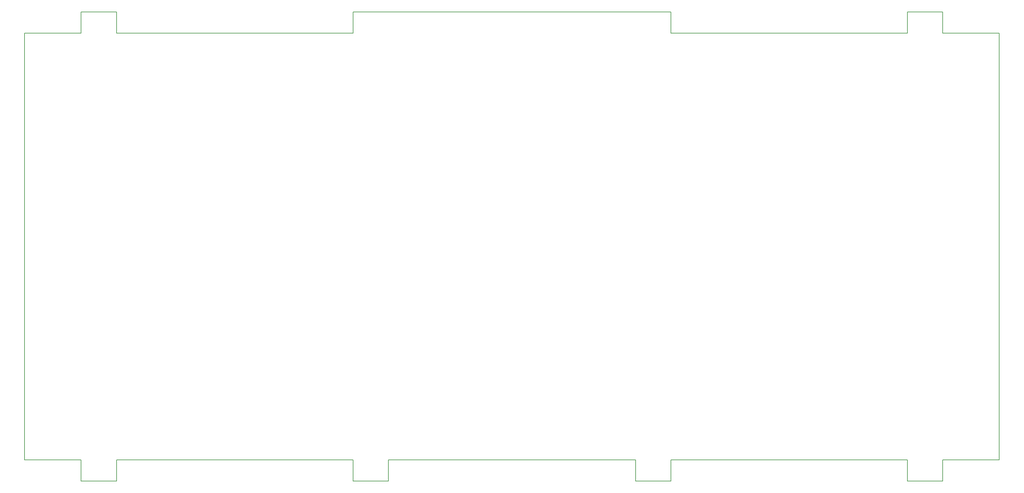
<source format=gbr>
G04 #@! TF.FileFunction,Profile,NP*
%FSLAX46Y46*%
G04 Gerber Fmt 4.6, Leading zero omitted, Abs format (unit mm)*
G04 Created by KiCad (PCBNEW 4.0.6) date 08/19/17 18:46:32*
%MOMM*%
%LPD*%
G01*
G04 APERTURE LIST*
%ADD10C,0.100000*%
%ADD11C,0.150000*%
G04 APERTURE END LIST*
D10*
D11*
X169500000Y-72500000D02*
X259500000Y-72500000D01*
X326500000Y-78500000D02*
X259500000Y-78500000D01*
X259500000Y-78500000D02*
X259500000Y-72500000D01*
X179500000Y-199500000D02*
X249500000Y-199500000D01*
X259500000Y-199500000D02*
X326500000Y-199500000D01*
X249500000Y-205500000D02*
X259500000Y-205500000D01*
X259500000Y-199500000D02*
X259500000Y-205500000D01*
X249500000Y-199500000D02*
X249500000Y-205500000D01*
X336500000Y-199500000D02*
X352500000Y-199500000D01*
X102500000Y-199500000D02*
X169500000Y-199500000D01*
X76500000Y-199500000D02*
X92500000Y-199500000D01*
X336500000Y-78500000D02*
X352500000Y-78500000D01*
X102500000Y-78500000D02*
X169500000Y-78500000D01*
X76500000Y-78500000D02*
X92500000Y-78500000D01*
X336500000Y-205500000D02*
X336500000Y-199500000D01*
X326500000Y-205500000D02*
X336500000Y-205500000D01*
X326500000Y-199500000D02*
X326500000Y-205500000D01*
X179500000Y-205500000D02*
X179500000Y-199500000D01*
X169500000Y-205500000D02*
X179500000Y-205500000D01*
X169500000Y-199500000D02*
X169500000Y-205500000D01*
X102500000Y-205500000D02*
X102500000Y-199500000D01*
X92500000Y-205500000D02*
X102500000Y-205500000D01*
X92500000Y-199500000D02*
X92500000Y-205500000D01*
X336500000Y-72500000D02*
X336500000Y-78500000D01*
X326500000Y-72500000D02*
X336500000Y-72500000D01*
X326500000Y-78500000D02*
X326500000Y-72500000D01*
X169500000Y-78500000D02*
X169500000Y-72500000D01*
X102500000Y-72500000D02*
X102500000Y-78500000D01*
X92500000Y-72500000D02*
X102500000Y-72500000D01*
X92500000Y-78500000D02*
X92500000Y-72500000D01*
X352500000Y-199500000D02*
X352500000Y-78500000D01*
X76500000Y-78500000D02*
X76500000Y-199500000D01*
M02*

</source>
